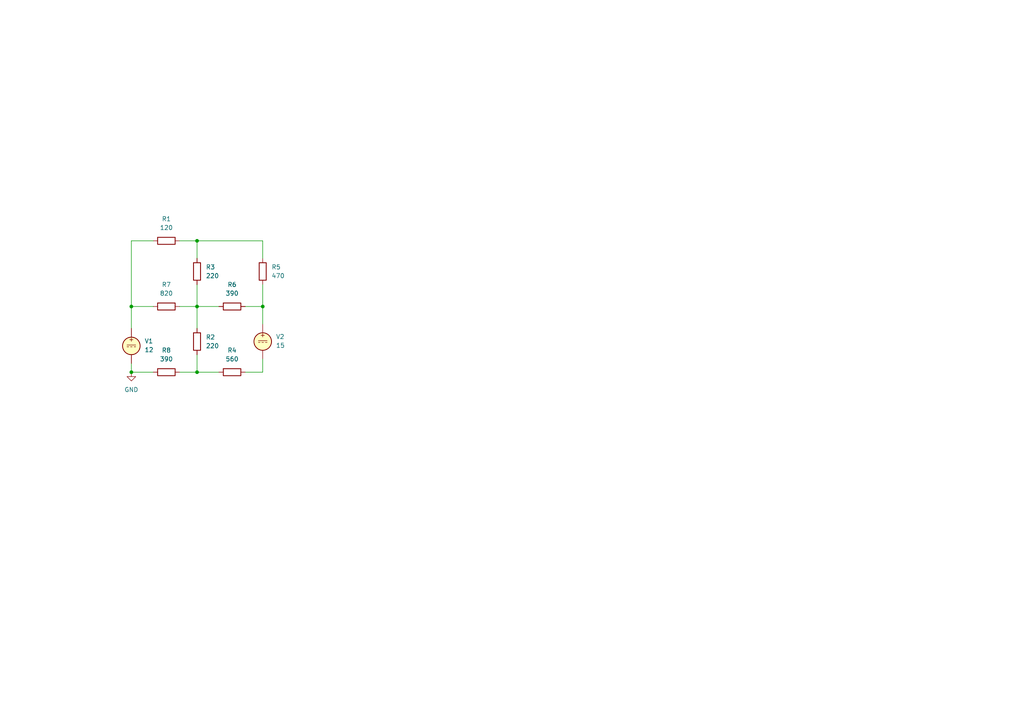
<source format=kicad_sch>
(kicad_sch (version 20231120) (generator "eeschema") (generator_version "8.0")
  (paper "A4")
  (lib_symbols
    (symbol "Device:R" (pin_numbers hide) (pin_names (offset 0))
      (property "Reference" "R" (at 2.032 0 90))
      (property "Value" "R" (at 0 0 90))
      (symbol "R_0_1"
        (rectangle (start -1.016 -2.54) (end 1.016 2.54) (stroke (width 0.254)))
      )
      (symbol "R_1_1"
        (pin passive line (at 0 3.81 270) (length 1.27) (name "~") (number "1"))
        (pin passive line (at 0 -3.81 90) (length 1.27) (name "~") (number "2"))
      )
    )
    (symbol "Simulation_SPICE:VDC" (pin_numbers hide) (pin_names (offset 0.0254))
      (property "Reference" "V" (at 2.54 2.54 0))
      (property "Value" "1" (at 2.54 0 0))
      (symbol "VDC_0_0"
        (polyline (pts (xy -1.27 0.254) (xy 1.27 0.254)))
        (polyline (pts (xy -0.762 -0.254) (xy -1.27 -0.254)))
        (polyline (pts (xy 0.254 -0.254) (xy -0.254 -0.254)))
        (polyline (pts (xy 1.27 -0.254) (xy 0.762 -0.254)))
        (text "+" (at 0 1.905 0) (effects (font (size 1.27 1.27))))
      )
      (symbol "VDC_0_1"
        (circle (center 0 0) (radius 2.54) (stroke (width 0.254)) (fill (type background)))
      )
      (symbol "VDC_1_1"
        (pin passive line (at 0 5.08 270) (length 2.54) (name "~") (number "1"))
        (pin passive line (at 0 -5.08 90) (length 2.54) (name "~") (number "2"))
      )
    )
    (symbol "power:GND" (power) (pin_numbers hide) (pin_names (offset 0) hide)
      (property "Value" "GND" (at 0 -3.81 0))
      (symbol "GND_0_1"
        (polyline (pts (xy 0 0) (xy 0 -1.27) (xy 1.27 -1.27) (xy 0 -2.54) (xy -1.27 -1.27) (xy 0 -1.27)))
      )
      (symbol "GND_1_1"
        (pin power_in line (at 0 0 270) (length 0) (name "~") (number "1"))
      )
    )
  )
  (junction (at 57.15 69.85))
  (junction (at 76.2 88.9))
  (junction (at 57.15 107.95))
  (junction (at 38.1 107.95))
  (junction (at 38.1 88.9))
  (junction (at 57.15 88.9))
  (wire (pts (xy 52.07 88.9) (xy 57.15 88.9)))
  (wire (pts (xy 44.45 69.85) (xy 38.1 69.85)))
  (wire (pts (xy 76.2 88.9) (xy 76.2 93.98)))
  (wire (pts (xy 57.15 82.55) (xy 57.15 88.9)))
  (wire (pts (xy 57.15 69.85) (xy 52.07 69.85)))
  (wire (pts (xy 57.15 69.85) (xy 76.2 69.85)))
  (wire (pts (xy 63.5 107.95) (xy 57.15 107.95)))
  (wire (pts (xy 38.1 69.85) (xy 38.1 88.9)))
  (wire (pts (xy 44.45 107.95) (xy 38.1 107.95)))
  (wire (pts (xy 76.2 104.14) (xy 76.2 107.95)))
  (wire (pts (xy 38.1 88.9) (xy 38.1 95.25)))
  (wire (pts (xy 76.2 69.85) (xy 76.2 74.93)))
  (wire (pts (xy 57.15 74.93) (xy 57.15 69.85)))
  (wire (pts (xy 57.15 102.87) (xy 57.15 107.95)))
  (wire (pts (xy 76.2 107.95) (xy 71.12 107.95)))
  (wire (pts (xy 71.12 88.9) (xy 76.2 88.9)))
  (wire (pts (xy 57.15 88.9) (xy 57.15 95.25)))
  (wire (pts (xy 57.15 88.9) (xy 63.5 88.9)))
  (wire (pts (xy 76.2 82.55) (xy 76.2 88.9)))
  (wire (pts (xy 38.1 105.41) (xy 38.1 107.95)))
  (wire (pts (xy 57.15 107.95) (xy 52.07 107.95)))
  (wire (pts (xy 38.1 88.9) (xy 44.45 88.9)))
  (symbol (lib_id "Device:R") (at 48.26 69.85 90) (unit 1)
    (property "Reference" "R1" (at 48.26 63.5 90))
    (property "Value" "120" (at 48.26 66.04 90))
    (property "Description" "Resistor" (effects (hide yes)))
  )
  (symbol (lib_id "Device:R") (at 48.26 88.9 90) (unit 1)
    (property "Reference" "R7" (at 48.26 82.55 90))
    (property "Value" "820" (at 48.26 85.09 90))
    (property "Description" "Resistor" (effects (hide yes)))
  )
  (symbol (lib_id "Simulation_SPICE:VDC") (at 38.1 100.33 0) (unit 1)
    (property "Reference" "V1" (at 41.91 98.9301 0) (effects (justify left)))
    (property "Value" "12" (at 41.91 101.4701 0) (effects (justify left)))
    (property "Datasheet" "https://ngspice.sourceforge.io/docs/ngspice-html-manual/manual.xhtml#sec_Independent_Sources_for" (effects (hide yes)))
    (property "Description" "Voltage source, DC" (effects (hide yes)))
    (property "Sim.Pins" "1=+ 2=-" (effects (hide yes)))
    (property "Sim.Type" "DC" (effects (hide yes)))
    (property "Sim.Device" "V" (effects (hide yes)))
  )
  (symbol (lib_id "Device:R") (at 67.31 88.9 90) (unit 1)
    (property "Reference" "R6" (at 67.31 82.55 90))
    (property "Value" "390" (at 67.31 85.09 90))
    (property "Description" "Resistor" (effects (hide yes)))
  )
  (symbol (lib_id "Device:R") (at 67.31 107.95 90) (unit 1)
    (property "Reference" "R4" (at 67.31 101.6 90))
    (property "Value" "560" (at 67.31 104.14 90))
    (property "Description" "Resistor" (effects (hide yes)))
  )
  (symbol (lib_id "Simulation_SPICE:VDC") (at 76.2 99.06 0) (unit 1)
    (property "Reference" "V2" (at 80.01 97.6601 0) (effects (justify left)))
    (property "Value" "15" (at 80.01 100.2001 0) (effects (justify left)))
    (property "Datasheet" "https://ngspice.sourceforge.io/docs/ngspice-html-manual/manual.xhtml#sec_Independent_Sources_for" (effects (hide yes)))
    (property "Description" "Voltage source, DC" (effects (hide yes)))
    (property "Sim.Pins" "1=+ 2=-" (effects (hide yes)))
    (property "Sim.Type" "DC" (effects (hide yes)))
    (property "Sim.Device" "V" (effects (hide yes)))
  )
  (symbol (lib_id "power:GND") (at 38.1 107.95 0) (unit 1)
    (property "Reference" "#PWR1" (effects (hide yes)))
    (property "Value" "GND" (at 38.1 113.03 0))
    (property "Description" "Power symbol creates a global label with name \"GND\" , ground" (effects (hide yes)))
  )
  (symbol (lib_id "Device:R") (at 76.2 78.74 180) (unit 1)
    (property "Reference" "R5" (at 78.74 77.4699 0) (effects (justify right)))
    (property "Value" "470" (at 78.74 80.0099 0) (effects (justify right)))
    (property "Description" "Resistor" (effects (hide yes)))
  )
  (symbol (lib_id "Device:R") (at 57.15 78.74 0) (unit 1)
    (property "Reference" "R3" (at 59.69 77.4699 0) (effects (justify left)))
    (property "Value" "220" (at 59.69 80.0099 0) (effects (justify left)))
    (property "Description" "Resistor" (effects (hide yes)))
  )
  (symbol (lib_id "Device:R") (at 48.26 107.95 90) (unit 1)
    (property "Reference" "R8" (at 48.26 101.6 90))
    (property "Value" "390" (at 48.26 104.14 90))
    (property "Description" "Resistor" (effects (hide yes)))
  )
  (symbol (lib_id "Device:R") (at 57.15 99.06 0) (unit 1)
    (property "Reference" "R2" (at 59.69 97.7899 0) (effects (justify left)))
    (property "Value" "220" (at 59.69 100.3299 0) (effects (justify left)))
    (property "Description" "Resistor" (effects (hide yes)))
  )
)
</source>
